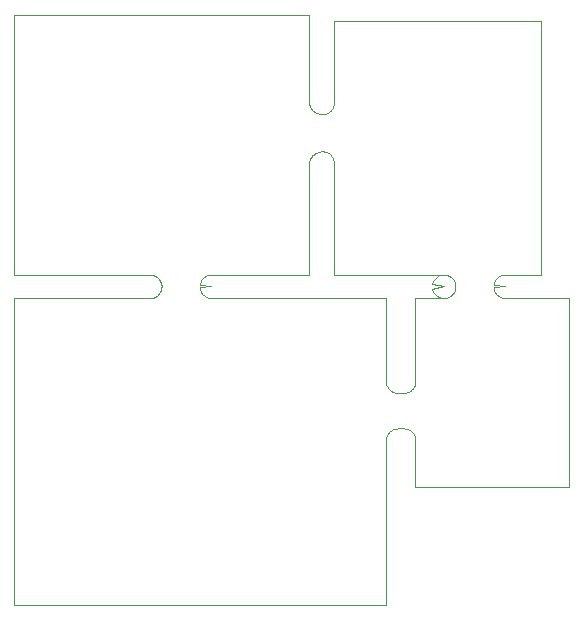
<source format=gko>
%MOIN*%
%OFA0B0*%
%FSLAX44Y44*%
%IPPOS*%
%LPD*%
%ADD10C,0*%
D10*
X00006586Y00011023D02*
X00006586Y00011023D01*
X00009842Y00011023D01*
X00009842Y00014718D01*
X00009843Y00014741D01*
X00009845Y00014764D01*
X00009848Y00014788D01*
X00009853Y00014810D01*
X00009859Y00014833D01*
X00009867Y00014855D01*
X00009875Y00014877D01*
X00009886Y00014898D01*
X00009897Y00014918D01*
X00009909Y00014938D01*
X00009923Y00014957D01*
X00009938Y00014975D01*
X00009953Y00014992D01*
X00009970Y00015009D01*
X00009988Y00015024D01*
X00010006Y00015038D01*
X00010026Y00015051D01*
X00010046Y00015063D01*
X00010067Y00015073D01*
X00010088Y00015083D01*
X00010127Y00015099D01*
X00010164Y00015111D01*
X00010201Y00015120D01*
X00010239Y00015126D01*
X00010278Y00015127D01*
X00010316Y00015125D01*
X00010354Y00015119D01*
X00010391Y00015110D01*
X00010428Y00015097D01*
X00010462Y00015080D01*
X00010495Y00015060D01*
X00010526Y00015037D01*
X00010554Y00015011D01*
X00010580Y00014983D01*
X00010603Y00014952D01*
X00010623Y00014919D01*
X00010639Y00014884D01*
X00010652Y00014848D01*
X00010661Y00014810D01*
X00010667Y00014772D01*
X00010669Y00014734D01*
X00010669Y00011023D01*
X00014324Y00011023D01*
X00014416Y00011012D01*
X00014503Y00010980D01*
X00014580Y00010929D01*
X00014643Y00010861D01*
X00014688Y00010780D01*
X00014713Y00010691D01*
X00014717Y00010599D01*
X00014699Y00010508D01*
X00014660Y00010424D01*
X00014603Y00010351D01*
X00014530Y00010294D01*
X00014446Y00010255D01*
X00014355Y00010237D01*
X00014263Y00010241D01*
X00014174Y00010266D01*
X00014093Y00010311D01*
X00014025Y00010374D01*
X00013973Y00010451D01*
X00013941Y00010538D01*
X00014324Y00010629D01*
X00013941Y00010721D01*
X00013973Y00010808D01*
X00014025Y00010885D01*
X00014093Y00010948D01*
X00014174Y00010993D01*
X00014263Y00011018D01*
X00014355Y00011022D01*
X00014446Y00011004D01*
X00014530Y00010965D01*
X00014603Y00010908D01*
X00014660Y00010835D01*
X00014699Y00010751D01*
X00014717Y00010660D01*
X00014713Y00010568D01*
X00014688Y00010479D01*
X00014643Y00010398D01*
X00014580Y00010330D01*
X00014503Y00010279D01*
X00014416Y00010247D01*
X00014324Y00010236D01*
X00013385Y00010236D01*
X00013385Y00007470D01*
X00013384Y00007439D01*
X00013380Y00007408D01*
X00013374Y00007378D01*
X00013366Y00007348D01*
X00013355Y00007319D01*
X00013342Y00007291D01*
X00013327Y00007264D01*
X00013310Y00007239D01*
X00013291Y00007214D01*
X00013270Y00007192D01*
X00013247Y00007171D01*
X00013223Y00007151D01*
X00013197Y00007134D01*
X00013170Y00007119D01*
X00013142Y00007106D01*
X00013113Y00007095D01*
X00013084Y00007087D01*
X00013053Y00007081D01*
X00013023Y00007077D01*
X00012992Y00007076D01*
X00012795Y00007076D01*
X00012764Y00007077D01*
X00012733Y00007081D01*
X00012703Y00007087D01*
X00012673Y00007095D01*
X00012644Y00007106D01*
X00012616Y00007119D01*
X00012589Y00007134D01*
X00012563Y00007151D01*
X00012539Y00007171D01*
X00012516Y00007192D01*
X00012495Y00007214D01*
X00012476Y00007239D01*
X00012459Y00007264D01*
X00012444Y00007291D01*
X00012431Y00007319D01*
X00012420Y00007348D01*
X00012412Y00007378D01*
X00012406Y00007408D01*
X00012402Y00007439D01*
X00012401Y00007470D01*
X00012401Y00010236D01*
X00006586Y00010236D01*
X00006556Y00010237D01*
X00006525Y00010241D01*
X00006494Y00010247D01*
X00006465Y00010255D01*
X00006436Y00010266D01*
X00006408Y00010279D01*
X00006381Y00010294D01*
X00006355Y00010311D01*
X00006331Y00010330D01*
X00006308Y00010351D01*
X00006287Y00010374D01*
X00006268Y00010398D01*
X00006251Y00010424D01*
X00006236Y00010451D01*
X00006223Y00010479D01*
X00006212Y00010508D01*
X00006204Y00010538D01*
X00006198Y00010568D01*
X00006194Y00010599D01*
X00006586Y00010629D01*
X00006194Y00010660D01*
X00006198Y00010691D01*
X00006204Y00010721D01*
X00006212Y00010751D01*
X00006223Y00010780D01*
X00006236Y00010808D01*
X00006251Y00010835D01*
X00006268Y00010861D01*
X00006287Y00010885D01*
X00006308Y00010908D01*
X00006331Y00010929D01*
X00006355Y00010948D01*
X00006381Y00010965D01*
X00006408Y00010980D01*
X00006436Y00010993D01*
X00006465Y00011004D01*
X00006494Y00011012D01*
X00006525Y00011018D01*
X00006556Y00011022D01*
X00006586Y00011023D01*
X00009842Y00019685D02*
X00009842Y00019685D01*
X00000000Y00019685D01*
X00000000Y00011023D01*
X00004527Y00011023D01*
X00004589Y00011018D01*
X00004649Y00011004D01*
X00004706Y00010980D01*
X00004758Y00010948D01*
X00004805Y00010908D01*
X00004846Y00010861D01*
X00004878Y00010808D01*
X00004902Y00010751D01*
X00004916Y00010691D01*
X00004921Y00010629D01*
X00004916Y00010568D01*
X00004902Y00010508D01*
X00004878Y00010451D01*
X00004846Y00010398D01*
X00004805Y00010351D01*
X00004758Y00010311D01*
X00004706Y00010279D01*
X00004649Y00010255D01*
X00004589Y00010241D01*
X00004527Y00010236D01*
X00004527Y00010236D01*
X00000000Y00010236D01*
X00000000Y00000000D01*
X00012401Y00000000D01*
X00012401Y00005497D01*
X00012402Y00005528D01*
X00012406Y00005559D01*
X00012412Y00005589D01*
X00012420Y00005619D01*
X00012431Y00005648D01*
X00012444Y00005676D01*
X00012459Y00005703D01*
X00012476Y00005729D01*
X00012495Y00005753D01*
X00012516Y00005775D01*
X00012539Y00005796D01*
X00012563Y00005816D01*
X00012589Y00005833D01*
X00012616Y00005848D01*
X00012644Y00005861D01*
X00012673Y00005872D01*
X00012703Y00005880D01*
X00012733Y00005886D01*
X00012764Y00005890D01*
X00012795Y00005891D01*
X00012992Y00005891D01*
X00013023Y00005890D01*
X00013053Y00005886D01*
X00013084Y00005880D01*
X00013113Y00005872D01*
X00013142Y00005861D01*
X00013170Y00005848D01*
X00013197Y00005833D01*
X00013223Y00005816D01*
X00013247Y00005796D01*
X00013270Y00005775D01*
X00013291Y00005753D01*
X00013310Y00005729D01*
X00013327Y00005703D01*
X00013342Y00005676D01*
X00013355Y00005648D01*
X00013366Y00005619D01*
X00013374Y00005589D01*
X00013380Y00005559D01*
X00013384Y00005528D01*
X00013385Y00005497D01*
X00013385Y00003937D01*
X00018503Y00003937D01*
X00018503Y00010236D01*
X00016383Y00010236D01*
X00016353Y00010237D01*
X00016322Y00010241D01*
X00016292Y00010247D01*
X00016262Y00010255D01*
X00016233Y00010266D01*
X00016205Y00010279D01*
X00016178Y00010294D01*
X00016152Y00010311D01*
X00016128Y00010330D01*
X00016105Y00010351D01*
X00016084Y00010374D01*
X00016065Y00010398D01*
X00016048Y00010424D01*
X00016033Y00010451D01*
X00016020Y00010479D01*
X00016009Y00010508D01*
X00016001Y00010538D01*
X00015995Y00010568D01*
X00015991Y00010599D01*
X00016383Y00010629D01*
X00015991Y00010660D01*
X00015995Y00010691D01*
X00016001Y00010721D01*
X00016009Y00010751D01*
X00016020Y00010780D01*
X00016033Y00010808D01*
X00016048Y00010835D01*
X00016065Y00010861D01*
X00016084Y00010885D01*
X00016105Y00010908D01*
X00016128Y00010929D01*
X00016152Y00010948D01*
X00016178Y00010965D01*
X00016205Y00010980D01*
X00016233Y00010993D01*
X00016262Y00011004D01*
X00016292Y00011012D01*
X00016322Y00011018D01*
X00016353Y00011022D01*
X00016383Y00011023D01*
X00017559Y00011023D01*
X00017559Y00019488D01*
X00010669Y00019488D01*
X00010669Y00016761D01*
X00010667Y00016723D01*
X00010661Y00016685D01*
X00010652Y00016647D01*
X00010639Y00016611D01*
X00010623Y00016576D01*
X00010603Y00016543D01*
X00010580Y00016512D01*
X00010554Y00016484D01*
X00010526Y00016458D01*
X00010495Y00016435D01*
X00010462Y00016415D01*
X00010428Y00016398D01*
X00010391Y00016385D01*
X00010354Y00016376D01*
X00010316Y00016370D01*
X00010278Y00016368D01*
X00010239Y00016369D01*
X00010201Y00016375D01*
X00010164Y00016384D01*
X00010127Y00016396D01*
X00010088Y00016412D01*
X00010067Y00016422D01*
X00010046Y00016432D01*
X00010026Y00016444D01*
X00010006Y00016457D01*
X00009988Y00016471D01*
X00009970Y00016487D01*
X00009953Y00016503D01*
X00009938Y00016520D01*
X00009923Y00016538D01*
X00009909Y00016557D01*
X00009897Y00016577D01*
X00009886Y00016597D01*
X00009875Y00016618D01*
X00009867Y00016640D01*
X00009859Y00016662D01*
X00009853Y00016685D01*
X00009848Y00016708D01*
X00009845Y00016731D01*
X00009843Y00016754D01*
X00009842Y00016777D01*
X00009842Y00019685D01*
M02*
</source>
